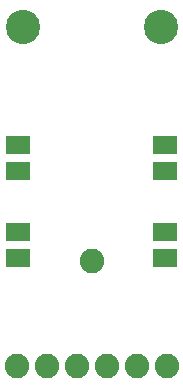
<source format=gbr>
G04 EAGLE Gerber RS-274X export*
G75*
%MOMM*%
%FSLAX34Y34*%
%LPD*%
%INSoldermask Top*%
%IPPOS*%
%AMOC8*
5,1,8,0,0,1.08239X$1,22.5*%
G01*
%ADD10C,2.903200*%
%ADD11R,2.103200X1.603200*%
%ADD12C,2.082800*%


D10*
X17700Y300500D03*
X134700Y300500D03*
D11*
X14200Y200500D03*
X14200Y178500D03*
X14200Y126500D03*
X14200Y104500D03*
X138200Y104500D03*
X138200Y126500D03*
X138200Y178500D03*
X138200Y200500D03*
D12*
X76200Y101600D03*
X139700Y12700D03*
X114300Y12700D03*
X88900Y12700D03*
X63500Y12700D03*
X38100Y12700D03*
X12700Y12700D03*
M02*

</source>
